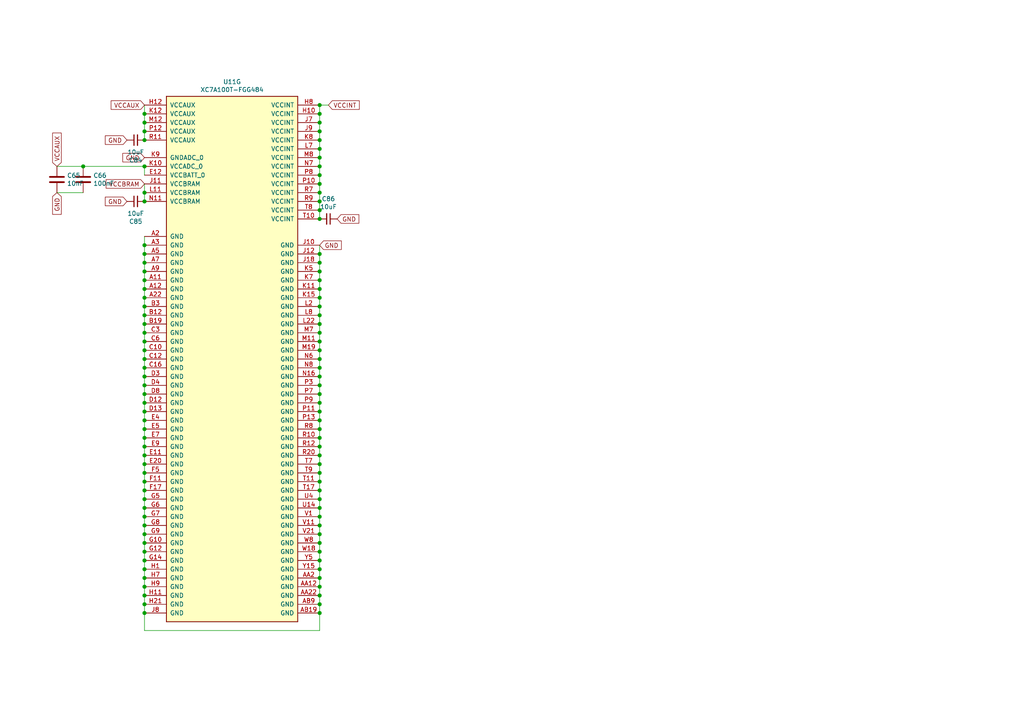
<source format=kicad_sch>
(kicad_sch (version 20200828) (generator eeschema)
  (page 7 8)
  (paper "A4")
  (junction (at 24.13 48.26) (diameter 1.016))
  (junction (at 41.91 33.02) (diameter 1.016))
  (junction (at 41.91 35.56) (diameter 1.016))
  (junction (at 41.91 38.1) (diameter 1.016))
  (junction (at 41.91 40.64) (diameter 1.016))
  (junction (at 41.91 48.26) (diameter 1.016))
  (junction (at 41.91 55.88) (diameter 1.016))
  (junction (at 41.91 58.42) (diameter 1.016))
  (junction (at 41.91 71.12) (diameter 1.016))
  (junction (at 41.91 73.66) (diameter 1.016))
  (junction (at 41.91 76.2) (diameter 1.016))
  (junction (at 41.91 78.74) (diameter 1.016))
  (junction (at 41.91 81.28) (diameter 1.016))
  (junction (at 41.91 83.82) (diameter 1.016))
  (junction (at 41.91 86.36) (diameter 1.016))
  (junction (at 41.91 88.9) (diameter 1.016))
  (junction (at 41.91 91.44) (diameter 1.016))
  (junction (at 41.91 93.98) (diameter 1.016))
  (junction (at 41.91 96.52) (diameter 1.016))
  (junction (at 41.91 99.06) (diameter 1.016))
  (junction (at 41.91 101.6) (diameter 1.016))
  (junction (at 41.91 104.14) (diameter 1.016))
  (junction (at 41.91 106.68) (diameter 1.016))
  (junction (at 41.91 109.22) (diameter 1.016))
  (junction (at 41.91 111.76) (diameter 1.016))
  (junction (at 41.91 114.3) (diameter 1.016))
  (junction (at 41.91 116.84) (diameter 1.016))
  (junction (at 41.91 119.38) (diameter 1.016))
  (junction (at 41.91 121.92) (diameter 1.016))
  (junction (at 41.91 124.46) (diameter 1.016))
  (junction (at 41.91 127) (diameter 1.016))
  (junction (at 41.91 129.54) (diameter 1.016))
  (junction (at 41.91 132.08) (diameter 1.016))
  (junction (at 41.91 134.62) (diameter 1.016))
  (junction (at 41.91 137.16) (diameter 1.016))
  (junction (at 41.91 139.7) (diameter 1.016))
  (junction (at 41.91 142.24) (diameter 1.016))
  (junction (at 41.91 144.78) (diameter 1.016))
  (junction (at 41.91 147.32) (diameter 1.016))
  (junction (at 41.91 149.86) (diameter 1.016))
  (junction (at 41.91 152.4) (diameter 1.016))
  (junction (at 41.91 154.94) (diameter 1.016))
  (junction (at 41.91 157.48) (diameter 1.016))
  (junction (at 41.91 160.02) (diameter 1.016))
  (junction (at 41.91 162.56) (diameter 1.016))
  (junction (at 41.91 165.1) (diameter 1.016))
  (junction (at 41.91 167.64) (diameter 1.016))
  (junction (at 41.91 170.18) (diameter 1.016))
  (junction (at 41.91 172.72) (diameter 1.016))
  (junction (at 41.91 175.26) (diameter 1.016))
  (junction (at 41.91 177.8) (diameter 1.016))
  (junction (at 92.71 30.48) (diameter 1.016))
  (junction (at 92.71 33.02) (diameter 1.016))
  (junction (at 92.71 35.56) (diameter 1.016))
  (junction (at 92.71 38.1) (diameter 1.016))
  (junction (at 92.71 40.64) (diameter 1.016))
  (junction (at 92.71 43.18) (diameter 1.016))
  (junction (at 92.71 45.72) (diameter 1.016))
  (junction (at 92.71 48.26) (diameter 1.016))
  (junction (at 92.71 50.8) (diameter 1.016))
  (junction (at 92.71 53.34) (diameter 1.016))
  (junction (at 92.71 55.88) (diameter 1.016))
  (junction (at 92.71 58.42) (diameter 1.016))
  (junction (at 92.71 60.96) (diameter 1.016))
  (junction (at 92.71 63.5) (diameter 1.016))
  (junction (at 92.71 73.66) (diameter 1.016))
  (junction (at 92.71 76.2) (diameter 1.016))
  (junction (at 92.71 78.74) (diameter 1.016))
  (junction (at 92.71 81.28) (diameter 1.016))
  (junction (at 92.71 83.82) (diameter 1.016))
  (junction (at 92.71 86.36) (diameter 1.016))
  (junction (at 92.71 88.9) (diameter 1.016))
  (junction (at 92.71 91.44) (diameter 1.016))
  (junction (at 92.71 93.98) (diameter 1.016))
  (junction (at 92.71 96.52) (diameter 1.016))
  (junction (at 92.71 99.06) (diameter 1.016))
  (junction (at 92.71 101.6) (diameter 1.016))
  (junction (at 92.71 104.14) (diameter 1.016))
  (junction (at 92.71 106.68) (diameter 1.016))
  (junction (at 92.71 109.22) (diameter 1.016))
  (junction (at 92.71 111.76) (diameter 1.016))
  (junction (at 92.71 114.3) (diameter 1.016))
  (junction (at 92.71 116.84) (diameter 1.016))
  (junction (at 92.71 119.38) (diameter 1.016))
  (junction (at 92.71 121.92) (diameter 1.016))
  (junction (at 92.71 124.46) (diameter 1.016))
  (junction (at 92.71 127) (diameter 1.016))
  (junction (at 92.71 129.54) (diameter 1.016))
  (junction (at 92.71 132.08) (diameter 1.016))
  (junction (at 92.71 134.62) (diameter 1.016))
  (junction (at 92.71 137.16) (diameter 1.016))
  (junction (at 92.71 139.7) (diameter 1.016))
  (junction (at 92.71 142.24) (diameter 1.016))
  (junction (at 92.71 144.78) (diameter 1.016))
  (junction (at 92.71 147.32) (diameter 1.016))
  (junction (at 92.71 149.86) (diameter 1.016))
  (junction (at 92.71 152.4) (diameter 1.016))
  (junction (at 92.71 154.94) (diameter 1.016))
  (junction (at 92.71 157.48) (diameter 1.016))
  (junction (at 92.71 160.02) (diameter 1.016))
  (junction (at 92.71 162.56) (diameter 1.016))
  (junction (at 92.71 165.1) (diameter 1.016))
  (junction (at 92.71 167.64) (diameter 1.016))
  (junction (at 92.71 170.18) (diameter 1.016))
  (junction (at 92.71 172.72) (diameter 1.016))
  (junction (at 92.71 175.26) (diameter 1.016))
  (junction (at 92.71 177.8) (diameter 1.016))
  (wire (pts (xy 16.51 55.88) (xy 24.13 55.88)))
  (wire (pts (xy 24.13 48.26) (xy 16.51 48.26)))
  (wire (pts (xy 41.91 30.48) (xy 41.91 33.02)))
  (wire (pts (xy 41.91 33.02) (xy 41.91 35.56)))
  (wire (pts (xy 41.91 35.56) (xy 41.91 38.1)))
  (wire (pts (xy 41.91 38.1) (xy 41.91 40.64)))
  (wire (pts (xy 41.91 48.26) (xy 24.13 48.26)))
  (wire (pts (xy 41.91 50.8) (xy 41.91 48.26)))
  (wire (pts (xy 41.91 53.34) (xy 41.91 55.88)))
  (wire (pts (xy 41.91 55.88) (xy 41.91 58.42)))
  (wire (pts (xy 41.91 68.58) (xy 41.91 71.12)))
  (wire (pts (xy 41.91 71.12) (xy 41.91 73.66)))
  (wire (pts (xy 41.91 73.66) (xy 41.91 76.2)))
  (wire (pts (xy 41.91 76.2) (xy 41.91 78.74)))
  (wire (pts (xy 41.91 78.74) (xy 41.91 81.28)))
  (wire (pts (xy 41.91 81.28) (xy 41.91 83.82)))
  (wire (pts (xy 41.91 83.82) (xy 41.91 86.36)))
  (wire (pts (xy 41.91 86.36) (xy 41.91 88.9)))
  (wire (pts (xy 41.91 88.9) (xy 41.91 91.44)))
  (wire (pts (xy 41.91 91.44) (xy 41.91 93.98)))
  (wire (pts (xy 41.91 93.98) (xy 41.91 96.52)))
  (wire (pts (xy 41.91 96.52) (xy 41.91 99.06)))
  (wire (pts (xy 41.91 99.06) (xy 41.91 101.6)))
  (wire (pts (xy 41.91 101.6) (xy 41.91 104.14)))
  (wire (pts (xy 41.91 104.14) (xy 41.91 106.68)))
  (wire (pts (xy 41.91 106.68) (xy 41.91 109.22)))
  (wire (pts (xy 41.91 109.22) (xy 41.91 111.76)))
  (wire (pts (xy 41.91 111.76) (xy 41.91 114.3)))
  (wire (pts (xy 41.91 114.3) (xy 41.91 116.84)))
  (wire (pts (xy 41.91 116.84) (xy 41.91 119.38)))
  (wire (pts (xy 41.91 119.38) (xy 41.91 121.92)))
  (wire (pts (xy 41.91 121.92) (xy 41.91 124.46)))
  (wire (pts (xy 41.91 124.46) (xy 41.91 127)))
  (wire (pts (xy 41.91 127) (xy 41.91 129.54)))
  (wire (pts (xy 41.91 129.54) (xy 41.91 132.08)))
  (wire (pts (xy 41.91 132.08) (xy 41.91 134.62)))
  (wire (pts (xy 41.91 134.62) (xy 41.91 137.16)))
  (wire (pts (xy 41.91 137.16) (xy 41.91 139.7)))
  (wire (pts (xy 41.91 139.7) (xy 41.91 142.24)))
  (wire (pts (xy 41.91 142.24) (xy 41.91 144.78)))
  (wire (pts (xy 41.91 144.78) (xy 41.91 147.32)))
  (wire (pts (xy 41.91 147.32) (xy 41.91 149.86)))
  (wire (pts (xy 41.91 149.86) (xy 41.91 152.4)))
  (wire (pts (xy 41.91 152.4) (xy 41.91 154.94)))
  (wire (pts (xy 41.91 154.94) (xy 41.91 157.48)))
  (wire (pts (xy 41.91 157.48) (xy 41.91 160.02)))
  (wire (pts (xy 41.91 160.02) (xy 41.91 162.56)))
  (wire (pts (xy 41.91 162.56) (xy 41.91 165.1)))
  (wire (pts (xy 41.91 165.1) (xy 41.91 167.64)))
  (wire (pts (xy 41.91 167.64) (xy 41.91 170.18)))
  (wire (pts (xy 41.91 170.18) (xy 41.91 172.72)))
  (wire (pts (xy 41.91 172.72) (xy 41.91 175.26)))
  (wire (pts (xy 41.91 175.26) (xy 41.91 177.8)))
  (wire (pts (xy 41.91 177.8) (xy 41.91 182.88)))
  (wire (pts (xy 92.71 30.48) (xy 92.71 33.02)))
  (wire (pts (xy 92.71 30.48) (xy 95.25 30.48)))
  (wire (pts (xy 92.71 33.02) (xy 92.71 35.56)))
  (wire (pts (xy 92.71 35.56) (xy 92.71 38.1)))
  (wire (pts (xy 92.71 38.1) (xy 92.71 40.64)))
  (wire (pts (xy 92.71 40.64) (xy 92.71 43.18)))
  (wire (pts (xy 92.71 43.18) (xy 92.71 45.72)))
  (wire (pts (xy 92.71 45.72) (xy 92.71 48.26)))
  (wire (pts (xy 92.71 48.26) (xy 92.71 50.8)))
  (wire (pts (xy 92.71 50.8) (xy 92.71 53.34)))
  (wire (pts (xy 92.71 53.34) (xy 92.71 55.88)))
  (wire (pts (xy 92.71 55.88) (xy 92.71 58.42)))
  (wire (pts (xy 92.71 58.42) (xy 92.71 60.96)))
  (wire (pts (xy 92.71 60.96) (xy 92.71 63.5)))
  (wire (pts (xy 92.71 71.12) (xy 92.71 73.66)))
  (wire (pts (xy 92.71 73.66) (xy 92.71 76.2)))
  (wire (pts (xy 92.71 76.2) (xy 92.71 78.74)))
  (wire (pts (xy 92.71 78.74) (xy 92.71 81.28)))
  (wire (pts (xy 92.71 81.28) (xy 92.71 83.82)))
  (wire (pts (xy 92.71 83.82) (xy 92.71 86.36)))
  (wire (pts (xy 92.71 86.36) (xy 92.71 88.9)))
  (wire (pts (xy 92.71 88.9) (xy 92.71 91.44)))
  (wire (pts (xy 92.71 91.44) (xy 92.71 93.98)))
  (wire (pts (xy 92.71 93.98) (xy 92.71 96.52)))
  (wire (pts (xy 92.71 96.52) (xy 92.71 99.06)))
  (wire (pts (xy 92.71 99.06) (xy 92.71 101.6)))
  (wire (pts (xy 92.71 101.6) (xy 92.71 104.14)))
  (wire (pts (xy 92.71 104.14) (xy 92.71 106.68)))
  (wire (pts (xy 92.71 106.68) (xy 92.71 109.22)))
  (wire (pts (xy 92.71 109.22) (xy 92.71 111.76)))
  (wire (pts (xy 92.71 111.76) (xy 92.71 114.3)))
  (wire (pts (xy 92.71 114.3) (xy 92.71 116.84)))
  (wire (pts (xy 92.71 116.84) (xy 92.71 119.38)))
  (wire (pts (xy 92.71 119.38) (xy 92.71 121.92)))
  (wire (pts (xy 92.71 121.92) (xy 92.71 124.46)))
  (wire (pts (xy 92.71 124.46) (xy 92.71 127)))
  (wire (pts (xy 92.71 127) (xy 92.71 129.54)))
  (wire (pts (xy 92.71 129.54) (xy 92.71 132.08)))
  (wire (pts (xy 92.71 132.08) (xy 92.71 134.62)))
  (wire (pts (xy 92.71 134.62) (xy 92.71 137.16)))
  (wire (pts (xy 92.71 137.16) (xy 92.71 139.7)))
  (wire (pts (xy 92.71 139.7) (xy 92.71 142.24)))
  (wire (pts (xy 92.71 142.24) (xy 92.71 144.78)))
  (wire (pts (xy 92.71 144.78) (xy 92.71 147.32)))
  (wire (pts (xy 92.71 147.32) (xy 92.71 149.86)))
  (wire (pts (xy 92.71 149.86) (xy 92.71 152.4)))
  (wire (pts (xy 92.71 152.4) (xy 92.71 154.94)))
  (wire (pts (xy 92.71 154.94) (xy 92.71 157.48)))
  (wire (pts (xy 92.71 157.48) (xy 92.71 160.02)))
  (wire (pts (xy 92.71 160.02) (xy 92.71 162.56)))
  (wire (pts (xy 92.71 162.56) (xy 92.71 165.1)))
  (wire (pts (xy 92.71 165.1) (xy 92.71 167.64)))
  (wire (pts (xy 92.71 167.64) (xy 92.71 170.18)))
  (wire (pts (xy 92.71 170.18) (xy 92.71 172.72)))
  (wire (pts (xy 92.71 172.72) (xy 92.71 175.26)))
  (wire (pts (xy 92.71 175.26) (xy 92.71 177.8)))
  (wire (pts (xy 92.71 177.8) (xy 92.71 182.88)))
  (wire (pts (xy 92.71 182.88) (xy 41.91 182.88)))
  (global_label "VCCAUX" (shape input) (at 16.51 48.26 90))
  (global_label "GND" (shape input) (at 16.51 55.88 270))
  (global_label "GND" (shape input) (at 36.83 40.64 180))
  (global_label "GND" (shape input) (at 36.83 58.42 180))
  (global_label "VCCAUX" (shape input) (at 41.91 30.48 180))
  (global_label "GND" (shape input) (at 41.91 45.72 180))
  (global_label "VCCBRAM" (shape input) (at 41.91 53.34 180))
  (global_label "GND" (shape input) (at 92.71 71.12 0))
  (global_label "VCCINT" (shape input) (at 95.25 30.48 0))
  (global_label "GND" (shape input) (at 97.79 63.5 0))
  (symbol (lib_id "Device:C_Small") (at 39.37 40.64 90) (unit 1)
    (property "Reference" "C84" (at 39.37 46.4566 90))
    (property "Value" "10uF" (at 39.37 44.1452 90))
    (property "Footprint" "Capacitor_SMD:C_0603_1608Metric" (effects hide))
  )
  (symbol (lib_id "Device:C_Small") (at 39.37 58.42 90) (unit 1)
    (property "Reference" "C85" (at 39.37 64.2366 90))
    (property "Value" "10uF" (at 39.37 61.9252 90))
    (property "Footprint" "Capacitor_SMD:C_0603_1608Metric" (effects hide))
  )
  (symbol (lib_id "Device:C_Small") (at 95.25 63.5 270) (unit 1)
    (property "Reference" "C86" (at 95.25 57.6834 90))
    (property "Value" "10uF" (at 95.25 59.9948 90))
    (property "Footprint" "Capacitor_SMD:C_0603_1608Metric" (effects hide))
  )
  (symbol (lib_id "Device:C") (at 16.51 52.07 0) (unit 1)
    (property "Reference" "C65" (at 19.431 50.9016 0) (effects (justify left)))
    (property "Value" "10nF" (at 19.431 53.213 0) (effects (justify left)))
    (property "Footprint" "Capacitor_SMD:C_0603_1608Metric" (effects hide))
  )
  (symbol (lib_id "Device:C") (at 24.13 52.07 0) (unit 1)
    (property "Reference" "C66" (at 27.051 50.9016 0) (effects (justify left)))
    (property "Value" "100nF" (at 27.051 53.213 0) (effects (justify left)))
    (property "Footprint" "Capacitor_SMD:C_0603_1608Metric" (effects hide))
  )
  (symbol (lib_id "FPGA_Xilinx_Artix7:XC7A100T-FGG484") (at 67.31 104.14 0) (unit 7)
    (property "Reference" "U11" (at 67.31 23.7298 0))
    (property "Value" "XC7A100T-FGG484" (at 67.31 26.0285 0))
    (property "Footprint" "FuzzyDuck:Xilinx_FGG484.p2d" (effects hide))
  )
)
</source>
